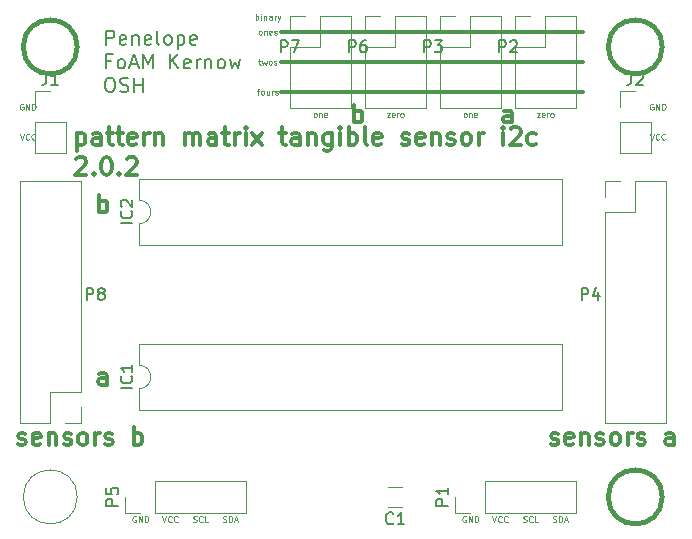
<source format=gto>
G04 #@! TF.FileFunction,Legend,Top*
%FSLAX46Y46*%
G04 Gerber Fmt 4.6, Leading zero omitted, Abs format (unit mm)*
G04 Created by KiCad (PCBNEW 4.0.7-e2-6376~58~ubuntu14.04.1) date Thu Dec  7 13:40:56 2017*
%MOMM*%
%LPD*%
G01*
G04 APERTURE LIST*
%ADD10C,0.100000*%
%ADD11C,0.300000*%
%ADD12C,0.200000*%
%ADD13C,0.120000*%
%ADD14C,0.381000*%
%ADD15C,0.150000*%
%ADD16C,0.254000*%
G04 APERTURE END LIST*
D10*
X228568334Y-134346190D02*
X228735001Y-134846190D01*
X228901667Y-134346190D01*
X229354048Y-134798571D02*
X229330238Y-134822381D01*
X229258810Y-134846190D01*
X229211191Y-134846190D01*
X229139762Y-134822381D01*
X229092143Y-134774762D01*
X229068334Y-134727143D01*
X229044524Y-134631905D01*
X229044524Y-134560476D01*
X229068334Y-134465238D01*
X229092143Y-134417619D01*
X229139762Y-134370000D01*
X229211191Y-134346190D01*
X229258810Y-134346190D01*
X229330238Y-134370000D01*
X229354048Y-134393810D01*
X229854048Y-134798571D02*
X229830238Y-134822381D01*
X229758810Y-134846190D01*
X229711191Y-134846190D01*
X229639762Y-134822381D01*
X229592143Y-134774762D01*
X229568334Y-134727143D01*
X229544524Y-134631905D01*
X229544524Y-134560476D01*
X229568334Y-134465238D01*
X229592143Y-134417619D01*
X229639762Y-134370000D01*
X229711191Y-134346190D01*
X229758810Y-134346190D01*
X229830238Y-134370000D01*
X229854048Y-134393810D01*
X175228334Y-134346190D02*
X175395001Y-134846190D01*
X175561667Y-134346190D01*
X176014048Y-134798571D02*
X175990238Y-134822381D01*
X175918810Y-134846190D01*
X175871191Y-134846190D01*
X175799762Y-134822381D01*
X175752143Y-134774762D01*
X175728334Y-134727143D01*
X175704524Y-134631905D01*
X175704524Y-134560476D01*
X175728334Y-134465238D01*
X175752143Y-134417619D01*
X175799762Y-134370000D01*
X175871191Y-134346190D01*
X175918810Y-134346190D01*
X175990238Y-134370000D01*
X176014048Y-134393810D01*
X176514048Y-134798571D02*
X176490238Y-134822381D01*
X176418810Y-134846190D01*
X176371191Y-134846190D01*
X176299762Y-134822381D01*
X176252143Y-134774762D01*
X176228334Y-134727143D01*
X176204524Y-134631905D01*
X176204524Y-134560476D01*
X176228334Y-134465238D01*
X176252143Y-134417619D01*
X176299762Y-134370000D01*
X176371191Y-134346190D01*
X176418810Y-134346190D01*
X176490238Y-134370000D01*
X176514048Y-134393810D01*
X228854047Y-131830000D02*
X228806428Y-131806190D01*
X228735000Y-131806190D01*
X228663571Y-131830000D01*
X228615952Y-131877619D01*
X228592143Y-131925238D01*
X228568333Y-132020476D01*
X228568333Y-132091905D01*
X228592143Y-132187143D01*
X228615952Y-132234762D01*
X228663571Y-132282381D01*
X228735000Y-132306190D01*
X228782619Y-132306190D01*
X228854047Y-132282381D01*
X228877857Y-132258571D01*
X228877857Y-132091905D01*
X228782619Y-132091905D01*
X229092143Y-132306190D02*
X229092143Y-131806190D01*
X229377857Y-132306190D01*
X229377857Y-131806190D01*
X229615953Y-132306190D02*
X229615953Y-131806190D01*
X229735000Y-131806190D01*
X229806429Y-131830000D01*
X229854048Y-131877619D01*
X229877857Y-131925238D01*
X229901667Y-132020476D01*
X229901667Y-132091905D01*
X229877857Y-132187143D01*
X229854048Y-132234762D01*
X229806429Y-132282381D01*
X229735000Y-132306190D01*
X229615953Y-132306190D01*
X175514047Y-131830000D02*
X175466428Y-131806190D01*
X175395000Y-131806190D01*
X175323571Y-131830000D01*
X175275952Y-131877619D01*
X175252143Y-131925238D01*
X175228333Y-132020476D01*
X175228333Y-132091905D01*
X175252143Y-132187143D01*
X175275952Y-132234762D01*
X175323571Y-132282381D01*
X175395000Y-132306190D01*
X175442619Y-132306190D01*
X175514047Y-132282381D01*
X175537857Y-132258571D01*
X175537857Y-132091905D01*
X175442619Y-132091905D01*
X175752143Y-132306190D02*
X175752143Y-131806190D01*
X176037857Y-132306190D01*
X176037857Y-131806190D01*
X176275953Y-132306190D02*
X176275953Y-131806190D01*
X176395000Y-131806190D01*
X176466429Y-131830000D01*
X176514048Y-131877619D01*
X176537857Y-131925238D01*
X176561667Y-132020476D01*
X176561667Y-132091905D01*
X176537857Y-132187143D01*
X176514048Y-132234762D01*
X176466429Y-132282381D01*
X176395000Y-132306190D01*
X176275953Y-132306190D01*
X187293334Y-166731190D02*
X187460001Y-167231190D01*
X187626667Y-166731190D01*
X188079048Y-167183571D02*
X188055238Y-167207381D01*
X187983810Y-167231190D01*
X187936191Y-167231190D01*
X187864762Y-167207381D01*
X187817143Y-167159762D01*
X187793334Y-167112143D01*
X187769524Y-167016905D01*
X187769524Y-166945476D01*
X187793334Y-166850238D01*
X187817143Y-166802619D01*
X187864762Y-166755000D01*
X187936191Y-166731190D01*
X187983810Y-166731190D01*
X188055238Y-166755000D01*
X188079048Y-166778810D01*
X188579048Y-167183571D02*
X188555238Y-167207381D01*
X188483810Y-167231190D01*
X188436191Y-167231190D01*
X188364762Y-167207381D01*
X188317143Y-167159762D01*
X188293334Y-167112143D01*
X188269524Y-167016905D01*
X188269524Y-166945476D01*
X188293334Y-166850238D01*
X188317143Y-166802619D01*
X188364762Y-166755000D01*
X188436191Y-166731190D01*
X188483810Y-166731190D01*
X188555238Y-166755000D01*
X188579048Y-166778810D01*
X185039047Y-166755000D02*
X184991428Y-166731190D01*
X184920000Y-166731190D01*
X184848571Y-166755000D01*
X184800952Y-166802619D01*
X184777143Y-166850238D01*
X184753333Y-166945476D01*
X184753333Y-167016905D01*
X184777143Y-167112143D01*
X184800952Y-167159762D01*
X184848571Y-167207381D01*
X184920000Y-167231190D01*
X184967619Y-167231190D01*
X185039047Y-167207381D01*
X185062857Y-167183571D01*
X185062857Y-167016905D01*
X184967619Y-167016905D01*
X185277143Y-167231190D02*
X185277143Y-166731190D01*
X185562857Y-167231190D01*
X185562857Y-166731190D01*
X185800953Y-167231190D02*
X185800953Y-166731190D01*
X185920000Y-166731190D01*
X185991429Y-166755000D01*
X186039048Y-166802619D01*
X186062857Y-166850238D01*
X186086667Y-166945476D01*
X186086667Y-167016905D01*
X186062857Y-167112143D01*
X186039048Y-167159762D01*
X185991429Y-167207381D01*
X185920000Y-167231190D01*
X185800953Y-167231190D01*
D11*
X180062143Y-134293571D02*
X180062143Y-135793571D01*
X180062143Y-134365000D02*
X180205000Y-134293571D01*
X180490714Y-134293571D01*
X180633571Y-134365000D01*
X180705000Y-134436429D01*
X180776429Y-134579286D01*
X180776429Y-135007857D01*
X180705000Y-135150714D01*
X180633571Y-135222143D01*
X180490714Y-135293571D01*
X180205000Y-135293571D01*
X180062143Y-135222143D01*
X182062143Y-135293571D02*
X182062143Y-134507857D01*
X181990714Y-134365000D01*
X181847857Y-134293571D01*
X181562143Y-134293571D01*
X181419286Y-134365000D01*
X182062143Y-135222143D02*
X181919286Y-135293571D01*
X181562143Y-135293571D01*
X181419286Y-135222143D01*
X181347857Y-135079286D01*
X181347857Y-134936429D01*
X181419286Y-134793571D01*
X181562143Y-134722143D01*
X181919286Y-134722143D01*
X182062143Y-134650714D01*
X182562143Y-134293571D02*
X183133572Y-134293571D01*
X182776429Y-133793571D02*
X182776429Y-135079286D01*
X182847857Y-135222143D01*
X182990715Y-135293571D01*
X183133572Y-135293571D01*
X183419286Y-134293571D02*
X183990715Y-134293571D01*
X183633572Y-133793571D02*
X183633572Y-135079286D01*
X183705000Y-135222143D01*
X183847858Y-135293571D01*
X183990715Y-135293571D01*
X185062143Y-135222143D02*
X184919286Y-135293571D01*
X184633572Y-135293571D01*
X184490715Y-135222143D01*
X184419286Y-135079286D01*
X184419286Y-134507857D01*
X184490715Y-134365000D01*
X184633572Y-134293571D01*
X184919286Y-134293571D01*
X185062143Y-134365000D01*
X185133572Y-134507857D01*
X185133572Y-134650714D01*
X184419286Y-134793571D01*
X185776429Y-135293571D02*
X185776429Y-134293571D01*
X185776429Y-134579286D02*
X185847857Y-134436429D01*
X185919286Y-134365000D01*
X186062143Y-134293571D01*
X186205000Y-134293571D01*
X186705000Y-134293571D02*
X186705000Y-135293571D01*
X186705000Y-134436429D02*
X186776428Y-134365000D01*
X186919286Y-134293571D01*
X187133571Y-134293571D01*
X187276428Y-134365000D01*
X187347857Y-134507857D01*
X187347857Y-135293571D01*
X189205000Y-135293571D02*
X189205000Y-134293571D01*
X189205000Y-134436429D02*
X189276428Y-134365000D01*
X189419286Y-134293571D01*
X189633571Y-134293571D01*
X189776428Y-134365000D01*
X189847857Y-134507857D01*
X189847857Y-135293571D01*
X189847857Y-134507857D02*
X189919286Y-134365000D01*
X190062143Y-134293571D01*
X190276428Y-134293571D01*
X190419286Y-134365000D01*
X190490714Y-134507857D01*
X190490714Y-135293571D01*
X191847857Y-135293571D02*
X191847857Y-134507857D01*
X191776428Y-134365000D01*
X191633571Y-134293571D01*
X191347857Y-134293571D01*
X191205000Y-134365000D01*
X191847857Y-135222143D02*
X191705000Y-135293571D01*
X191347857Y-135293571D01*
X191205000Y-135222143D01*
X191133571Y-135079286D01*
X191133571Y-134936429D01*
X191205000Y-134793571D01*
X191347857Y-134722143D01*
X191705000Y-134722143D01*
X191847857Y-134650714D01*
X192347857Y-134293571D02*
X192919286Y-134293571D01*
X192562143Y-133793571D02*
X192562143Y-135079286D01*
X192633571Y-135222143D01*
X192776429Y-135293571D01*
X192919286Y-135293571D01*
X193419286Y-135293571D02*
X193419286Y-134293571D01*
X193419286Y-134579286D02*
X193490714Y-134436429D01*
X193562143Y-134365000D01*
X193705000Y-134293571D01*
X193847857Y-134293571D01*
X194347857Y-135293571D02*
X194347857Y-134293571D01*
X194347857Y-133793571D02*
X194276428Y-133865000D01*
X194347857Y-133936429D01*
X194419285Y-133865000D01*
X194347857Y-133793571D01*
X194347857Y-133936429D01*
X194919286Y-135293571D02*
X195705000Y-134293571D01*
X194919286Y-134293571D02*
X195705000Y-135293571D01*
X197205000Y-134293571D02*
X197776429Y-134293571D01*
X197419286Y-133793571D02*
X197419286Y-135079286D01*
X197490714Y-135222143D01*
X197633572Y-135293571D01*
X197776429Y-135293571D01*
X198919286Y-135293571D02*
X198919286Y-134507857D01*
X198847857Y-134365000D01*
X198705000Y-134293571D01*
X198419286Y-134293571D01*
X198276429Y-134365000D01*
X198919286Y-135222143D02*
X198776429Y-135293571D01*
X198419286Y-135293571D01*
X198276429Y-135222143D01*
X198205000Y-135079286D01*
X198205000Y-134936429D01*
X198276429Y-134793571D01*
X198419286Y-134722143D01*
X198776429Y-134722143D01*
X198919286Y-134650714D01*
X199633572Y-134293571D02*
X199633572Y-135293571D01*
X199633572Y-134436429D02*
X199705000Y-134365000D01*
X199847858Y-134293571D01*
X200062143Y-134293571D01*
X200205000Y-134365000D01*
X200276429Y-134507857D01*
X200276429Y-135293571D01*
X201633572Y-134293571D02*
X201633572Y-135507857D01*
X201562143Y-135650714D01*
X201490715Y-135722143D01*
X201347858Y-135793571D01*
X201133572Y-135793571D01*
X200990715Y-135722143D01*
X201633572Y-135222143D02*
X201490715Y-135293571D01*
X201205001Y-135293571D01*
X201062143Y-135222143D01*
X200990715Y-135150714D01*
X200919286Y-135007857D01*
X200919286Y-134579286D01*
X200990715Y-134436429D01*
X201062143Y-134365000D01*
X201205001Y-134293571D01*
X201490715Y-134293571D01*
X201633572Y-134365000D01*
X202347858Y-135293571D02*
X202347858Y-134293571D01*
X202347858Y-133793571D02*
X202276429Y-133865000D01*
X202347858Y-133936429D01*
X202419286Y-133865000D01*
X202347858Y-133793571D01*
X202347858Y-133936429D01*
X203062144Y-135293571D02*
X203062144Y-133793571D01*
X203062144Y-134365000D02*
X203205001Y-134293571D01*
X203490715Y-134293571D01*
X203633572Y-134365000D01*
X203705001Y-134436429D01*
X203776430Y-134579286D01*
X203776430Y-135007857D01*
X203705001Y-135150714D01*
X203633572Y-135222143D01*
X203490715Y-135293571D01*
X203205001Y-135293571D01*
X203062144Y-135222143D01*
X204633573Y-135293571D02*
X204490715Y-135222143D01*
X204419287Y-135079286D01*
X204419287Y-133793571D01*
X205776429Y-135222143D02*
X205633572Y-135293571D01*
X205347858Y-135293571D01*
X205205001Y-135222143D01*
X205133572Y-135079286D01*
X205133572Y-134507857D01*
X205205001Y-134365000D01*
X205347858Y-134293571D01*
X205633572Y-134293571D01*
X205776429Y-134365000D01*
X205847858Y-134507857D01*
X205847858Y-134650714D01*
X205133572Y-134793571D01*
X207562143Y-135222143D02*
X207705000Y-135293571D01*
X207990715Y-135293571D01*
X208133572Y-135222143D01*
X208205000Y-135079286D01*
X208205000Y-135007857D01*
X208133572Y-134865000D01*
X207990715Y-134793571D01*
X207776429Y-134793571D01*
X207633572Y-134722143D01*
X207562143Y-134579286D01*
X207562143Y-134507857D01*
X207633572Y-134365000D01*
X207776429Y-134293571D01*
X207990715Y-134293571D01*
X208133572Y-134365000D01*
X209419286Y-135222143D02*
X209276429Y-135293571D01*
X208990715Y-135293571D01*
X208847858Y-135222143D01*
X208776429Y-135079286D01*
X208776429Y-134507857D01*
X208847858Y-134365000D01*
X208990715Y-134293571D01*
X209276429Y-134293571D01*
X209419286Y-134365000D01*
X209490715Y-134507857D01*
X209490715Y-134650714D01*
X208776429Y-134793571D01*
X210133572Y-134293571D02*
X210133572Y-135293571D01*
X210133572Y-134436429D02*
X210205000Y-134365000D01*
X210347858Y-134293571D01*
X210562143Y-134293571D01*
X210705000Y-134365000D01*
X210776429Y-134507857D01*
X210776429Y-135293571D01*
X211419286Y-135222143D02*
X211562143Y-135293571D01*
X211847858Y-135293571D01*
X211990715Y-135222143D01*
X212062143Y-135079286D01*
X212062143Y-135007857D01*
X211990715Y-134865000D01*
X211847858Y-134793571D01*
X211633572Y-134793571D01*
X211490715Y-134722143D01*
X211419286Y-134579286D01*
X211419286Y-134507857D01*
X211490715Y-134365000D01*
X211633572Y-134293571D01*
X211847858Y-134293571D01*
X211990715Y-134365000D01*
X212919287Y-135293571D02*
X212776429Y-135222143D01*
X212705001Y-135150714D01*
X212633572Y-135007857D01*
X212633572Y-134579286D01*
X212705001Y-134436429D01*
X212776429Y-134365000D01*
X212919287Y-134293571D01*
X213133572Y-134293571D01*
X213276429Y-134365000D01*
X213347858Y-134436429D01*
X213419287Y-134579286D01*
X213419287Y-135007857D01*
X213347858Y-135150714D01*
X213276429Y-135222143D01*
X213133572Y-135293571D01*
X212919287Y-135293571D01*
X214062144Y-135293571D02*
X214062144Y-134293571D01*
X214062144Y-134579286D02*
X214133572Y-134436429D01*
X214205001Y-134365000D01*
X214347858Y-134293571D01*
X214490715Y-134293571D01*
X216133572Y-135293571D02*
X216133572Y-134293571D01*
X216133572Y-133793571D02*
X216062143Y-133865000D01*
X216133572Y-133936429D01*
X216205000Y-133865000D01*
X216133572Y-133793571D01*
X216133572Y-133936429D01*
X216776429Y-133936429D02*
X216847858Y-133865000D01*
X216990715Y-133793571D01*
X217347858Y-133793571D01*
X217490715Y-133865000D01*
X217562144Y-133936429D01*
X217633572Y-134079286D01*
X217633572Y-134222143D01*
X217562144Y-134436429D01*
X216705001Y-135293571D01*
X217633572Y-135293571D01*
X218919286Y-135222143D02*
X218776429Y-135293571D01*
X218490715Y-135293571D01*
X218347857Y-135222143D01*
X218276429Y-135150714D01*
X218205000Y-135007857D01*
X218205000Y-134579286D01*
X218276429Y-134436429D01*
X218347857Y-134365000D01*
X218490715Y-134293571D01*
X218776429Y-134293571D01*
X218919286Y-134365000D01*
X179990714Y-136486429D02*
X180062143Y-136415000D01*
X180205000Y-136343571D01*
X180562143Y-136343571D01*
X180705000Y-136415000D01*
X180776429Y-136486429D01*
X180847857Y-136629286D01*
X180847857Y-136772143D01*
X180776429Y-136986429D01*
X179919286Y-137843571D01*
X180847857Y-137843571D01*
X181490714Y-137700714D02*
X181562142Y-137772143D01*
X181490714Y-137843571D01*
X181419285Y-137772143D01*
X181490714Y-137700714D01*
X181490714Y-137843571D01*
X182490714Y-136343571D02*
X182633571Y-136343571D01*
X182776428Y-136415000D01*
X182847857Y-136486429D01*
X182919286Y-136629286D01*
X182990714Y-136915000D01*
X182990714Y-137272143D01*
X182919286Y-137557857D01*
X182847857Y-137700714D01*
X182776428Y-137772143D01*
X182633571Y-137843571D01*
X182490714Y-137843571D01*
X182347857Y-137772143D01*
X182276428Y-137700714D01*
X182205000Y-137557857D01*
X182133571Y-137272143D01*
X182133571Y-136915000D01*
X182205000Y-136629286D01*
X182276428Y-136486429D01*
X182347857Y-136415000D01*
X182490714Y-136343571D01*
X183633571Y-137700714D02*
X183704999Y-137772143D01*
X183633571Y-137843571D01*
X183562142Y-137772143D01*
X183633571Y-137700714D01*
X183633571Y-137843571D01*
X184276428Y-136486429D02*
X184347857Y-136415000D01*
X184490714Y-136343571D01*
X184847857Y-136343571D01*
X184990714Y-136415000D01*
X185062143Y-136486429D01*
X185133571Y-136629286D01*
X185133571Y-136772143D01*
X185062143Y-136986429D01*
X184205000Y-137843571D01*
X185133571Y-137843571D01*
X181923572Y-141013571D02*
X181923572Y-139513571D01*
X181923572Y-140085000D02*
X182066429Y-140013571D01*
X182352143Y-140013571D01*
X182495000Y-140085000D01*
X182566429Y-140156429D01*
X182637858Y-140299286D01*
X182637858Y-140727857D01*
X182566429Y-140870714D01*
X182495000Y-140942143D01*
X182352143Y-141013571D01*
X182066429Y-141013571D01*
X181923572Y-140942143D01*
X175090000Y-160627143D02*
X175232857Y-160698571D01*
X175518572Y-160698571D01*
X175661429Y-160627143D01*
X175732857Y-160484286D01*
X175732857Y-160412857D01*
X175661429Y-160270000D01*
X175518572Y-160198571D01*
X175304286Y-160198571D01*
X175161429Y-160127143D01*
X175090000Y-159984286D01*
X175090000Y-159912857D01*
X175161429Y-159770000D01*
X175304286Y-159698571D01*
X175518572Y-159698571D01*
X175661429Y-159770000D01*
X176947143Y-160627143D02*
X176804286Y-160698571D01*
X176518572Y-160698571D01*
X176375715Y-160627143D01*
X176304286Y-160484286D01*
X176304286Y-159912857D01*
X176375715Y-159770000D01*
X176518572Y-159698571D01*
X176804286Y-159698571D01*
X176947143Y-159770000D01*
X177018572Y-159912857D01*
X177018572Y-160055714D01*
X176304286Y-160198571D01*
X177661429Y-159698571D02*
X177661429Y-160698571D01*
X177661429Y-159841429D02*
X177732857Y-159770000D01*
X177875715Y-159698571D01*
X178090000Y-159698571D01*
X178232857Y-159770000D01*
X178304286Y-159912857D01*
X178304286Y-160698571D01*
X178947143Y-160627143D02*
X179090000Y-160698571D01*
X179375715Y-160698571D01*
X179518572Y-160627143D01*
X179590000Y-160484286D01*
X179590000Y-160412857D01*
X179518572Y-160270000D01*
X179375715Y-160198571D01*
X179161429Y-160198571D01*
X179018572Y-160127143D01*
X178947143Y-159984286D01*
X178947143Y-159912857D01*
X179018572Y-159770000D01*
X179161429Y-159698571D01*
X179375715Y-159698571D01*
X179518572Y-159770000D01*
X180447144Y-160698571D02*
X180304286Y-160627143D01*
X180232858Y-160555714D01*
X180161429Y-160412857D01*
X180161429Y-159984286D01*
X180232858Y-159841429D01*
X180304286Y-159770000D01*
X180447144Y-159698571D01*
X180661429Y-159698571D01*
X180804286Y-159770000D01*
X180875715Y-159841429D01*
X180947144Y-159984286D01*
X180947144Y-160412857D01*
X180875715Y-160555714D01*
X180804286Y-160627143D01*
X180661429Y-160698571D01*
X180447144Y-160698571D01*
X181590001Y-160698571D02*
X181590001Y-159698571D01*
X181590001Y-159984286D02*
X181661429Y-159841429D01*
X181732858Y-159770000D01*
X181875715Y-159698571D01*
X182018572Y-159698571D01*
X182447143Y-160627143D02*
X182590000Y-160698571D01*
X182875715Y-160698571D01*
X183018572Y-160627143D01*
X183090000Y-160484286D01*
X183090000Y-160412857D01*
X183018572Y-160270000D01*
X182875715Y-160198571D01*
X182661429Y-160198571D01*
X182518572Y-160127143D01*
X182447143Y-159984286D01*
X182447143Y-159912857D01*
X182518572Y-159770000D01*
X182661429Y-159698571D01*
X182875715Y-159698571D01*
X183018572Y-159770000D01*
X184875715Y-160698571D02*
X184875715Y-159198571D01*
X184875715Y-159770000D02*
X185018572Y-159698571D01*
X185304286Y-159698571D01*
X185447143Y-159770000D01*
X185518572Y-159841429D01*
X185590001Y-159984286D01*
X185590001Y-160412857D01*
X185518572Y-160555714D01*
X185447143Y-160627143D01*
X185304286Y-160698571D01*
X185018572Y-160698571D01*
X184875715Y-160627143D01*
D10*
X192432858Y-167207381D02*
X192504287Y-167231190D01*
X192623334Y-167231190D01*
X192670953Y-167207381D01*
X192694763Y-167183571D01*
X192718572Y-167135952D01*
X192718572Y-167088333D01*
X192694763Y-167040714D01*
X192670953Y-167016905D01*
X192623334Y-166993095D01*
X192528096Y-166969286D01*
X192480477Y-166945476D01*
X192456668Y-166921667D01*
X192432858Y-166874048D01*
X192432858Y-166826429D01*
X192456668Y-166778810D01*
X192480477Y-166755000D01*
X192528096Y-166731190D01*
X192647144Y-166731190D01*
X192718572Y-166755000D01*
X192932858Y-167231190D02*
X192932858Y-166731190D01*
X193051905Y-166731190D01*
X193123334Y-166755000D01*
X193170953Y-166802619D01*
X193194762Y-166850238D01*
X193218572Y-166945476D01*
X193218572Y-167016905D01*
X193194762Y-167112143D01*
X193170953Y-167159762D01*
X193123334Y-167207381D01*
X193051905Y-167231190D01*
X192932858Y-167231190D01*
X193409048Y-167088333D02*
X193647143Y-167088333D01*
X193361429Y-167231190D02*
X193528096Y-166731190D01*
X193694762Y-167231190D01*
X189904762Y-167207381D02*
X189976191Y-167231190D01*
X190095238Y-167231190D01*
X190142857Y-167207381D01*
X190166667Y-167183571D01*
X190190476Y-167135952D01*
X190190476Y-167088333D01*
X190166667Y-167040714D01*
X190142857Y-167016905D01*
X190095238Y-166993095D01*
X190000000Y-166969286D01*
X189952381Y-166945476D01*
X189928572Y-166921667D01*
X189904762Y-166874048D01*
X189904762Y-166826429D01*
X189928572Y-166778810D01*
X189952381Y-166755000D01*
X190000000Y-166731190D01*
X190119048Y-166731190D01*
X190190476Y-166755000D01*
X190690476Y-167183571D02*
X190666666Y-167207381D01*
X190595238Y-167231190D01*
X190547619Y-167231190D01*
X190476190Y-167207381D01*
X190428571Y-167159762D01*
X190404762Y-167112143D01*
X190380952Y-167016905D01*
X190380952Y-166945476D01*
X190404762Y-166850238D01*
X190428571Y-166802619D01*
X190476190Y-166755000D01*
X190547619Y-166731190D01*
X190595238Y-166731190D01*
X190666666Y-166755000D01*
X190690476Y-166778810D01*
X191142857Y-167231190D02*
X190904762Y-167231190D01*
X190904762Y-166731190D01*
D11*
X182566429Y-155618571D02*
X182566429Y-154832857D01*
X182495000Y-154690000D01*
X182352143Y-154618571D01*
X182066429Y-154618571D01*
X181923572Y-154690000D01*
X182566429Y-155547143D02*
X182423572Y-155618571D01*
X182066429Y-155618571D01*
X181923572Y-155547143D01*
X181852143Y-155404286D01*
X181852143Y-155261429D01*
X181923572Y-155118571D01*
X182066429Y-155047143D01*
X182423572Y-155047143D01*
X182566429Y-154975714D01*
X220175000Y-160627143D02*
X220317857Y-160698571D01*
X220603572Y-160698571D01*
X220746429Y-160627143D01*
X220817857Y-160484286D01*
X220817857Y-160412857D01*
X220746429Y-160270000D01*
X220603572Y-160198571D01*
X220389286Y-160198571D01*
X220246429Y-160127143D01*
X220175000Y-159984286D01*
X220175000Y-159912857D01*
X220246429Y-159770000D01*
X220389286Y-159698571D01*
X220603572Y-159698571D01*
X220746429Y-159770000D01*
X222032143Y-160627143D02*
X221889286Y-160698571D01*
X221603572Y-160698571D01*
X221460715Y-160627143D01*
X221389286Y-160484286D01*
X221389286Y-159912857D01*
X221460715Y-159770000D01*
X221603572Y-159698571D01*
X221889286Y-159698571D01*
X222032143Y-159770000D01*
X222103572Y-159912857D01*
X222103572Y-160055714D01*
X221389286Y-160198571D01*
X222746429Y-159698571D02*
X222746429Y-160698571D01*
X222746429Y-159841429D02*
X222817857Y-159770000D01*
X222960715Y-159698571D01*
X223175000Y-159698571D01*
X223317857Y-159770000D01*
X223389286Y-159912857D01*
X223389286Y-160698571D01*
X224032143Y-160627143D02*
X224175000Y-160698571D01*
X224460715Y-160698571D01*
X224603572Y-160627143D01*
X224675000Y-160484286D01*
X224675000Y-160412857D01*
X224603572Y-160270000D01*
X224460715Y-160198571D01*
X224246429Y-160198571D01*
X224103572Y-160127143D01*
X224032143Y-159984286D01*
X224032143Y-159912857D01*
X224103572Y-159770000D01*
X224246429Y-159698571D01*
X224460715Y-159698571D01*
X224603572Y-159770000D01*
X225532144Y-160698571D02*
X225389286Y-160627143D01*
X225317858Y-160555714D01*
X225246429Y-160412857D01*
X225246429Y-159984286D01*
X225317858Y-159841429D01*
X225389286Y-159770000D01*
X225532144Y-159698571D01*
X225746429Y-159698571D01*
X225889286Y-159770000D01*
X225960715Y-159841429D01*
X226032144Y-159984286D01*
X226032144Y-160412857D01*
X225960715Y-160555714D01*
X225889286Y-160627143D01*
X225746429Y-160698571D01*
X225532144Y-160698571D01*
X226675001Y-160698571D02*
X226675001Y-159698571D01*
X226675001Y-159984286D02*
X226746429Y-159841429D01*
X226817858Y-159770000D01*
X226960715Y-159698571D01*
X227103572Y-159698571D01*
X227532143Y-160627143D02*
X227675000Y-160698571D01*
X227960715Y-160698571D01*
X228103572Y-160627143D01*
X228175000Y-160484286D01*
X228175000Y-160412857D01*
X228103572Y-160270000D01*
X227960715Y-160198571D01*
X227746429Y-160198571D01*
X227603572Y-160127143D01*
X227532143Y-159984286D01*
X227532143Y-159912857D01*
X227603572Y-159770000D01*
X227746429Y-159698571D01*
X227960715Y-159698571D01*
X228103572Y-159770000D01*
X230603572Y-160698571D02*
X230603572Y-159912857D01*
X230532143Y-159770000D01*
X230389286Y-159698571D01*
X230103572Y-159698571D01*
X229960715Y-159770000D01*
X230603572Y-160627143D02*
X230460715Y-160698571D01*
X230103572Y-160698571D01*
X229960715Y-160627143D01*
X229889286Y-160484286D01*
X229889286Y-160341429D01*
X229960715Y-160198571D01*
X230103572Y-160127143D01*
X230460715Y-160127143D01*
X230603572Y-160055714D01*
D10*
X212979047Y-166755000D02*
X212931428Y-166731190D01*
X212860000Y-166731190D01*
X212788571Y-166755000D01*
X212740952Y-166802619D01*
X212717143Y-166850238D01*
X212693333Y-166945476D01*
X212693333Y-167016905D01*
X212717143Y-167112143D01*
X212740952Y-167159762D01*
X212788571Y-167207381D01*
X212860000Y-167231190D01*
X212907619Y-167231190D01*
X212979047Y-167207381D01*
X213002857Y-167183571D01*
X213002857Y-167016905D01*
X212907619Y-167016905D01*
X213217143Y-167231190D02*
X213217143Y-166731190D01*
X213502857Y-167231190D01*
X213502857Y-166731190D01*
X213740953Y-167231190D02*
X213740953Y-166731190D01*
X213860000Y-166731190D01*
X213931429Y-166755000D01*
X213979048Y-166802619D01*
X214002857Y-166850238D01*
X214026667Y-166945476D01*
X214026667Y-167016905D01*
X214002857Y-167112143D01*
X213979048Y-167159762D01*
X213931429Y-167207381D01*
X213860000Y-167231190D01*
X213740953Y-167231190D01*
X215233334Y-166731190D02*
X215400001Y-167231190D01*
X215566667Y-166731190D01*
X216019048Y-167183571D02*
X215995238Y-167207381D01*
X215923810Y-167231190D01*
X215876191Y-167231190D01*
X215804762Y-167207381D01*
X215757143Y-167159762D01*
X215733334Y-167112143D01*
X215709524Y-167016905D01*
X215709524Y-166945476D01*
X215733334Y-166850238D01*
X215757143Y-166802619D01*
X215804762Y-166755000D01*
X215876191Y-166731190D01*
X215923810Y-166731190D01*
X215995238Y-166755000D01*
X216019048Y-166778810D01*
X216519048Y-167183571D02*
X216495238Y-167207381D01*
X216423810Y-167231190D01*
X216376191Y-167231190D01*
X216304762Y-167207381D01*
X216257143Y-167159762D01*
X216233334Y-167112143D01*
X216209524Y-167016905D01*
X216209524Y-166945476D01*
X216233334Y-166850238D01*
X216257143Y-166802619D01*
X216304762Y-166755000D01*
X216376191Y-166731190D01*
X216423810Y-166731190D01*
X216495238Y-166755000D01*
X216519048Y-166778810D01*
X217844762Y-167207381D02*
X217916191Y-167231190D01*
X218035238Y-167231190D01*
X218082857Y-167207381D01*
X218106667Y-167183571D01*
X218130476Y-167135952D01*
X218130476Y-167088333D01*
X218106667Y-167040714D01*
X218082857Y-167016905D01*
X218035238Y-166993095D01*
X217940000Y-166969286D01*
X217892381Y-166945476D01*
X217868572Y-166921667D01*
X217844762Y-166874048D01*
X217844762Y-166826429D01*
X217868572Y-166778810D01*
X217892381Y-166755000D01*
X217940000Y-166731190D01*
X218059048Y-166731190D01*
X218130476Y-166755000D01*
X218630476Y-167183571D02*
X218606666Y-167207381D01*
X218535238Y-167231190D01*
X218487619Y-167231190D01*
X218416190Y-167207381D01*
X218368571Y-167159762D01*
X218344762Y-167112143D01*
X218320952Y-167016905D01*
X218320952Y-166945476D01*
X218344762Y-166850238D01*
X218368571Y-166802619D01*
X218416190Y-166755000D01*
X218487619Y-166731190D01*
X218535238Y-166731190D01*
X218606666Y-166755000D01*
X218630476Y-166778810D01*
X219082857Y-167231190D02*
X218844762Y-167231190D01*
X218844762Y-166731190D01*
X220372858Y-167207381D02*
X220444287Y-167231190D01*
X220563334Y-167231190D01*
X220610953Y-167207381D01*
X220634763Y-167183571D01*
X220658572Y-167135952D01*
X220658572Y-167088333D01*
X220634763Y-167040714D01*
X220610953Y-167016905D01*
X220563334Y-166993095D01*
X220468096Y-166969286D01*
X220420477Y-166945476D01*
X220396668Y-166921667D01*
X220372858Y-166874048D01*
X220372858Y-166826429D01*
X220396668Y-166778810D01*
X220420477Y-166755000D01*
X220468096Y-166731190D01*
X220587144Y-166731190D01*
X220658572Y-166755000D01*
X220872858Y-167231190D02*
X220872858Y-166731190D01*
X220991905Y-166731190D01*
X221063334Y-166755000D01*
X221110953Y-166802619D01*
X221134762Y-166850238D01*
X221158572Y-166945476D01*
X221158572Y-167016905D01*
X221134762Y-167112143D01*
X221110953Y-167159762D01*
X221063334Y-167207381D01*
X220991905Y-167231190D01*
X220872858Y-167231190D01*
X221349048Y-167088333D02*
X221587143Y-167088333D01*
X221301429Y-167231190D02*
X221468096Y-166731190D01*
X221634762Y-167231190D01*
D12*
X182530714Y-126812857D02*
X182530714Y-125612857D01*
X182987857Y-125612857D01*
X183102143Y-125670000D01*
X183159286Y-125727143D01*
X183216429Y-125841429D01*
X183216429Y-126012857D01*
X183159286Y-126127143D01*
X183102143Y-126184286D01*
X182987857Y-126241429D01*
X182530714Y-126241429D01*
X184187857Y-126755714D02*
X184073571Y-126812857D01*
X183845000Y-126812857D01*
X183730714Y-126755714D01*
X183673571Y-126641429D01*
X183673571Y-126184286D01*
X183730714Y-126070000D01*
X183845000Y-126012857D01*
X184073571Y-126012857D01*
X184187857Y-126070000D01*
X184245000Y-126184286D01*
X184245000Y-126298571D01*
X183673571Y-126412857D01*
X184759285Y-126012857D02*
X184759285Y-126812857D01*
X184759285Y-126127143D02*
X184816428Y-126070000D01*
X184930714Y-126012857D01*
X185102142Y-126012857D01*
X185216428Y-126070000D01*
X185273571Y-126184286D01*
X185273571Y-126812857D01*
X186302142Y-126755714D02*
X186187856Y-126812857D01*
X185959285Y-126812857D01*
X185844999Y-126755714D01*
X185787856Y-126641429D01*
X185787856Y-126184286D01*
X185844999Y-126070000D01*
X185959285Y-126012857D01*
X186187856Y-126012857D01*
X186302142Y-126070000D01*
X186359285Y-126184286D01*
X186359285Y-126298571D01*
X185787856Y-126412857D01*
X187044999Y-126812857D02*
X186930713Y-126755714D01*
X186873570Y-126641429D01*
X186873570Y-125612857D01*
X187673570Y-126812857D02*
X187559284Y-126755714D01*
X187502141Y-126698571D01*
X187444998Y-126584286D01*
X187444998Y-126241429D01*
X187502141Y-126127143D01*
X187559284Y-126070000D01*
X187673570Y-126012857D01*
X187844998Y-126012857D01*
X187959284Y-126070000D01*
X188016427Y-126127143D01*
X188073570Y-126241429D01*
X188073570Y-126584286D01*
X188016427Y-126698571D01*
X187959284Y-126755714D01*
X187844998Y-126812857D01*
X187673570Y-126812857D01*
X188587855Y-126012857D02*
X188587855Y-127212857D01*
X188587855Y-126070000D02*
X188702141Y-126012857D01*
X188930712Y-126012857D01*
X189044998Y-126070000D01*
X189102141Y-126127143D01*
X189159284Y-126241429D01*
X189159284Y-126584286D01*
X189102141Y-126698571D01*
X189044998Y-126755714D01*
X188930712Y-126812857D01*
X188702141Y-126812857D01*
X188587855Y-126755714D01*
X190130712Y-126755714D02*
X190016426Y-126812857D01*
X189787855Y-126812857D01*
X189673569Y-126755714D01*
X189616426Y-126641429D01*
X189616426Y-126184286D01*
X189673569Y-126070000D01*
X189787855Y-126012857D01*
X190016426Y-126012857D01*
X190130712Y-126070000D01*
X190187855Y-126184286D01*
X190187855Y-126298571D01*
X189616426Y-126412857D01*
X182930714Y-128184286D02*
X182530714Y-128184286D01*
X182530714Y-128812857D02*
X182530714Y-127612857D01*
X183102143Y-127612857D01*
X183730714Y-128812857D02*
X183616428Y-128755714D01*
X183559285Y-128698571D01*
X183502142Y-128584286D01*
X183502142Y-128241429D01*
X183559285Y-128127143D01*
X183616428Y-128070000D01*
X183730714Y-128012857D01*
X183902142Y-128012857D01*
X184016428Y-128070000D01*
X184073571Y-128127143D01*
X184130714Y-128241429D01*
X184130714Y-128584286D01*
X184073571Y-128698571D01*
X184016428Y-128755714D01*
X183902142Y-128812857D01*
X183730714Y-128812857D01*
X184587856Y-128470000D02*
X185159285Y-128470000D01*
X184473571Y-128812857D02*
X184873571Y-127612857D01*
X185273571Y-128812857D01*
X185673570Y-128812857D02*
X185673570Y-127612857D01*
X186073570Y-128470000D01*
X186473570Y-127612857D01*
X186473570Y-128812857D01*
X187959285Y-128812857D02*
X187959285Y-127612857D01*
X188645000Y-128812857D02*
X188130714Y-128127143D01*
X188645000Y-127612857D02*
X187959285Y-128298571D01*
X189616428Y-128755714D02*
X189502142Y-128812857D01*
X189273571Y-128812857D01*
X189159285Y-128755714D01*
X189102142Y-128641429D01*
X189102142Y-128184286D01*
X189159285Y-128070000D01*
X189273571Y-128012857D01*
X189502142Y-128012857D01*
X189616428Y-128070000D01*
X189673571Y-128184286D01*
X189673571Y-128298571D01*
X189102142Y-128412857D01*
X190187856Y-128812857D02*
X190187856Y-128012857D01*
X190187856Y-128241429D02*
X190244999Y-128127143D01*
X190302142Y-128070000D01*
X190416428Y-128012857D01*
X190530713Y-128012857D01*
X190930713Y-128012857D02*
X190930713Y-128812857D01*
X190930713Y-128127143D02*
X190987856Y-128070000D01*
X191102142Y-128012857D01*
X191273570Y-128012857D01*
X191387856Y-128070000D01*
X191444999Y-128184286D01*
X191444999Y-128812857D01*
X192187856Y-128812857D02*
X192073570Y-128755714D01*
X192016427Y-128698571D01*
X191959284Y-128584286D01*
X191959284Y-128241429D01*
X192016427Y-128127143D01*
X192073570Y-128070000D01*
X192187856Y-128012857D01*
X192359284Y-128012857D01*
X192473570Y-128070000D01*
X192530713Y-128127143D01*
X192587856Y-128241429D01*
X192587856Y-128584286D01*
X192530713Y-128698571D01*
X192473570Y-128755714D01*
X192359284Y-128812857D01*
X192187856Y-128812857D01*
X192987856Y-128012857D02*
X193216427Y-128812857D01*
X193444998Y-128241429D01*
X193673570Y-128812857D01*
X193902141Y-128012857D01*
X182759286Y-129612857D02*
X182987857Y-129612857D01*
X183102143Y-129670000D01*
X183216429Y-129784286D01*
X183273571Y-130012857D01*
X183273571Y-130412857D01*
X183216429Y-130641429D01*
X183102143Y-130755714D01*
X182987857Y-130812857D01*
X182759286Y-130812857D01*
X182645000Y-130755714D01*
X182530714Y-130641429D01*
X182473571Y-130412857D01*
X182473571Y-130012857D01*
X182530714Y-129784286D01*
X182645000Y-129670000D01*
X182759286Y-129612857D01*
X183730714Y-130755714D02*
X183902143Y-130812857D01*
X184187857Y-130812857D01*
X184302143Y-130755714D01*
X184359286Y-130698571D01*
X184416429Y-130584286D01*
X184416429Y-130470000D01*
X184359286Y-130355714D01*
X184302143Y-130298571D01*
X184187857Y-130241429D01*
X183959286Y-130184286D01*
X183845000Y-130127143D01*
X183787857Y-130070000D01*
X183730714Y-129955714D01*
X183730714Y-129841429D01*
X183787857Y-129727143D01*
X183845000Y-129670000D01*
X183959286Y-129612857D01*
X184245000Y-129612857D01*
X184416429Y-129670000D01*
X184930714Y-130812857D02*
X184930714Y-129612857D01*
X184930714Y-130184286D02*
X185616429Y-130184286D01*
X185616429Y-130812857D02*
X185616429Y-129612857D01*
D11*
X222885000Y-128270000D02*
X197325000Y-128270000D01*
X197325000Y-125730000D02*
X222885000Y-125730000D01*
X222885000Y-130810000D02*
X197325000Y-130810000D01*
D10*
X206283810Y-132607857D02*
X206545714Y-132607857D01*
X206283810Y-132941190D01*
X206545714Y-132941190D01*
X206926667Y-132917381D02*
X206879048Y-132941190D01*
X206783810Y-132941190D01*
X206736191Y-132917381D01*
X206712381Y-132869762D01*
X206712381Y-132679286D01*
X206736191Y-132631667D01*
X206783810Y-132607857D01*
X206879048Y-132607857D01*
X206926667Y-132631667D01*
X206950476Y-132679286D01*
X206950476Y-132726905D01*
X206712381Y-132774524D01*
X207164762Y-132941190D02*
X207164762Y-132607857D01*
X207164762Y-132703095D02*
X207188571Y-132655476D01*
X207212381Y-132631667D01*
X207260000Y-132607857D01*
X207307619Y-132607857D01*
X207545714Y-132941190D02*
X207498095Y-132917381D01*
X207474286Y-132893571D01*
X207450476Y-132845952D01*
X207450476Y-132703095D01*
X207474286Y-132655476D01*
X207498095Y-132631667D01*
X207545714Y-132607857D01*
X207617143Y-132607857D01*
X207664762Y-132631667D01*
X207688571Y-132655476D01*
X207712381Y-132703095D01*
X207712381Y-132845952D01*
X207688571Y-132893571D01*
X207664762Y-132917381D01*
X207617143Y-132941190D01*
X207545714Y-132941190D01*
D11*
X203513572Y-133393571D02*
X203513572Y-131893571D01*
X203513572Y-132465000D02*
X203656429Y-132393571D01*
X203942143Y-132393571D01*
X204085000Y-132465000D01*
X204156429Y-132536429D01*
X204227858Y-132679286D01*
X204227858Y-133107857D01*
X204156429Y-133250714D01*
X204085000Y-133322143D01*
X203942143Y-133393571D01*
X203656429Y-133393571D01*
X203513572Y-133322143D01*
D10*
X212883810Y-132941190D02*
X212836191Y-132917381D01*
X212812382Y-132893571D01*
X212788572Y-132845952D01*
X212788572Y-132703095D01*
X212812382Y-132655476D01*
X212836191Y-132631667D01*
X212883810Y-132607857D01*
X212955239Y-132607857D01*
X213002858Y-132631667D01*
X213026667Y-132655476D01*
X213050477Y-132703095D01*
X213050477Y-132845952D01*
X213026667Y-132893571D01*
X213002858Y-132917381D01*
X212955239Y-132941190D01*
X212883810Y-132941190D01*
X213264763Y-132607857D02*
X213264763Y-132941190D01*
X213264763Y-132655476D02*
X213288572Y-132631667D01*
X213336191Y-132607857D01*
X213407620Y-132607857D01*
X213455239Y-132631667D01*
X213479048Y-132679286D01*
X213479048Y-132941190D01*
X213907620Y-132917381D02*
X213860001Y-132941190D01*
X213764763Y-132941190D01*
X213717144Y-132917381D01*
X213693334Y-132869762D01*
X213693334Y-132679286D01*
X213717144Y-132631667D01*
X213764763Y-132607857D01*
X213860001Y-132607857D01*
X213907620Y-132631667D01*
X213931429Y-132679286D01*
X213931429Y-132726905D01*
X213693334Y-132774524D01*
D11*
X216856429Y-133393571D02*
X216856429Y-132607857D01*
X216785000Y-132465000D01*
X216642143Y-132393571D01*
X216356429Y-132393571D01*
X216213572Y-132465000D01*
X216856429Y-133322143D02*
X216713572Y-133393571D01*
X216356429Y-133393571D01*
X216213572Y-133322143D01*
X216142143Y-133179286D01*
X216142143Y-133036429D01*
X216213572Y-132893571D01*
X216356429Y-132822143D01*
X216713572Y-132822143D01*
X216856429Y-132750714D01*
D10*
X218983810Y-132607857D02*
X219245714Y-132607857D01*
X218983810Y-132941190D01*
X219245714Y-132941190D01*
X219626667Y-132917381D02*
X219579048Y-132941190D01*
X219483810Y-132941190D01*
X219436191Y-132917381D01*
X219412381Y-132869762D01*
X219412381Y-132679286D01*
X219436191Y-132631667D01*
X219483810Y-132607857D01*
X219579048Y-132607857D01*
X219626667Y-132631667D01*
X219650476Y-132679286D01*
X219650476Y-132726905D01*
X219412381Y-132774524D01*
X219864762Y-132941190D02*
X219864762Y-132607857D01*
X219864762Y-132703095D02*
X219888571Y-132655476D01*
X219912381Y-132631667D01*
X219960000Y-132607857D01*
X220007619Y-132607857D01*
X220245714Y-132941190D02*
X220198095Y-132917381D01*
X220174286Y-132893571D01*
X220150476Y-132845952D01*
X220150476Y-132703095D01*
X220174286Y-132655476D01*
X220198095Y-132631667D01*
X220245714Y-132607857D01*
X220317143Y-132607857D01*
X220364762Y-132631667D01*
X220388571Y-132655476D01*
X220412381Y-132703095D01*
X220412381Y-132845952D01*
X220388571Y-132893571D01*
X220364762Y-132917381D01*
X220317143Y-132941190D01*
X220245714Y-132941190D01*
X200183810Y-132941190D02*
X200136191Y-132917381D01*
X200112382Y-132893571D01*
X200088572Y-132845952D01*
X200088572Y-132703095D01*
X200112382Y-132655476D01*
X200136191Y-132631667D01*
X200183810Y-132607857D01*
X200255239Y-132607857D01*
X200302858Y-132631667D01*
X200326667Y-132655476D01*
X200350477Y-132703095D01*
X200350477Y-132845952D01*
X200326667Y-132893571D01*
X200302858Y-132917381D01*
X200255239Y-132941190D01*
X200183810Y-132941190D01*
X200564763Y-132607857D02*
X200564763Y-132941190D01*
X200564763Y-132655476D02*
X200588572Y-132631667D01*
X200636191Y-132607857D01*
X200707620Y-132607857D01*
X200755239Y-132631667D01*
X200779048Y-132679286D01*
X200779048Y-132941190D01*
X201207620Y-132917381D02*
X201160001Y-132941190D01*
X201064763Y-132941190D01*
X201017144Y-132917381D01*
X200993334Y-132869762D01*
X200993334Y-132679286D01*
X201017144Y-132631667D01*
X201064763Y-132607857D01*
X201160001Y-132607857D01*
X201207620Y-132631667D01*
X201231429Y-132679286D01*
X201231429Y-132726905D01*
X200993334Y-132774524D01*
X195536429Y-125956190D02*
X195488810Y-125932381D01*
X195465001Y-125908571D01*
X195441191Y-125860952D01*
X195441191Y-125718095D01*
X195465001Y-125670476D01*
X195488810Y-125646667D01*
X195536429Y-125622857D01*
X195607858Y-125622857D01*
X195655477Y-125646667D01*
X195679286Y-125670476D01*
X195703096Y-125718095D01*
X195703096Y-125860952D01*
X195679286Y-125908571D01*
X195655477Y-125932381D01*
X195607858Y-125956190D01*
X195536429Y-125956190D01*
X195917382Y-125622857D02*
X195917382Y-125956190D01*
X195917382Y-125670476D02*
X195941191Y-125646667D01*
X195988810Y-125622857D01*
X196060239Y-125622857D01*
X196107858Y-125646667D01*
X196131667Y-125694286D01*
X196131667Y-125956190D01*
X196560239Y-125932381D02*
X196512620Y-125956190D01*
X196417382Y-125956190D01*
X196369763Y-125932381D01*
X196345953Y-125884762D01*
X196345953Y-125694286D01*
X196369763Y-125646667D01*
X196417382Y-125622857D01*
X196512620Y-125622857D01*
X196560239Y-125646667D01*
X196584048Y-125694286D01*
X196584048Y-125741905D01*
X196345953Y-125789524D01*
X196774524Y-125932381D02*
X196822143Y-125956190D01*
X196917381Y-125956190D01*
X196965000Y-125932381D01*
X196988810Y-125884762D01*
X196988810Y-125860952D01*
X196965000Y-125813333D01*
X196917381Y-125789524D01*
X196845953Y-125789524D01*
X196798334Y-125765714D01*
X196774524Y-125718095D01*
X196774524Y-125694286D01*
X196798334Y-125646667D01*
X196845953Y-125622857D01*
X196917381Y-125622857D01*
X196965000Y-125646667D01*
X195429286Y-128162857D02*
X195619762Y-128162857D01*
X195500715Y-127996190D02*
X195500715Y-128424762D01*
X195524524Y-128472381D01*
X195572143Y-128496190D01*
X195619762Y-128496190D01*
X195738810Y-128162857D02*
X195834048Y-128496190D01*
X195929286Y-128258095D01*
X196024524Y-128496190D01*
X196119762Y-128162857D01*
X196381667Y-128496190D02*
X196334048Y-128472381D01*
X196310239Y-128448571D01*
X196286429Y-128400952D01*
X196286429Y-128258095D01*
X196310239Y-128210476D01*
X196334048Y-128186667D01*
X196381667Y-128162857D01*
X196453096Y-128162857D01*
X196500715Y-128186667D01*
X196524524Y-128210476D01*
X196548334Y-128258095D01*
X196548334Y-128400952D01*
X196524524Y-128448571D01*
X196500715Y-128472381D01*
X196453096Y-128496190D01*
X196381667Y-128496190D01*
X196738810Y-128472381D02*
X196786429Y-128496190D01*
X196881667Y-128496190D01*
X196929286Y-128472381D01*
X196953096Y-128424762D01*
X196953096Y-128400952D01*
X196929286Y-128353333D01*
X196881667Y-128329524D01*
X196810239Y-128329524D01*
X196762620Y-128305714D01*
X196738810Y-128258095D01*
X196738810Y-128234286D01*
X196762620Y-128186667D01*
X196810239Y-128162857D01*
X196881667Y-128162857D01*
X196929286Y-128186667D01*
X195191191Y-124686190D02*
X195191191Y-124186190D01*
X195191191Y-124376667D02*
X195238810Y-124352857D01*
X195334048Y-124352857D01*
X195381667Y-124376667D01*
X195405476Y-124400476D01*
X195429286Y-124448095D01*
X195429286Y-124590952D01*
X195405476Y-124638571D01*
X195381667Y-124662381D01*
X195334048Y-124686190D01*
X195238810Y-124686190D01*
X195191191Y-124662381D01*
X195643572Y-124686190D02*
X195643572Y-124352857D01*
X195643572Y-124186190D02*
X195619762Y-124210000D01*
X195643572Y-124233810D01*
X195667381Y-124210000D01*
X195643572Y-124186190D01*
X195643572Y-124233810D01*
X195881667Y-124352857D02*
X195881667Y-124686190D01*
X195881667Y-124400476D02*
X195905476Y-124376667D01*
X195953095Y-124352857D01*
X196024524Y-124352857D01*
X196072143Y-124376667D01*
X196095952Y-124424286D01*
X196095952Y-124686190D01*
X196548333Y-124686190D02*
X196548333Y-124424286D01*
X196524524Y-124376667D01*
X196476905Y-124352857D01*
X196381667Y-124352857D01*
X196334048Y-124376667D01*
X196548333Y-124662381D02*
X196500714Y-124686190D01*
X196381667Y-124686190D01*
X196334048Y-124662381D01*
X196310238Y-124614762D01*
X196310238Y-124567143D01*
X196334048Y-124519524D01*
X196381667Y-124495714D01*
X196500714Y-124495714D01*
X196548333Y-124471905D01*
X196786429Y-124686190D02*
X196786429Y-124352857D01*
X196786429Y-124448095D02*
X196810238Y-124400476D01*
X196834048Y-124376667D01*
X196881667Y-124352857D01*
X196929286Y-124352857D01*
X197048334Y-124352857D02*
X197167381Y-124686190D01*
X197286429Y-124352857D02*
X197167381Y-124686190D01*
X197119762Y-124805238D01*
X197095953Y-124829048D01*
X197048334Y-124852857D01*
X195310238Y-130702857D02*
X195500714Y-130702857D01*
X195381667Y-131036190D02*
X195381667Y-130607619D01*
X195405476Y-130560000D01*
X195453095Y-130536190D01*
X195500714Y-130536190D01*
X195738809Y-131036190D02*
X195691190Y-131012381D01*
X195667381Y-130988571D01*
X195643571Y-130940952D01*
X195643571Y-130798095D01*
X195667381Y-130750476D01*
X195691190Y-130726667D01*
X195738809Y-130702857D01*
X195810238Y-130702857D01*
X195857857Y-130726667D01*
X195881666Y-130750476D01*
X195905476Y-130798095D01*
X195905476Y-130940952D01*
X195881666Y-130988571D01*
X195857857Y-131012381D01*
X195810238Y-131036190D01*
X195738809Y-131036190D01*
X196334047Y-130702857D02*
X196334047Y-131036190D01*
X196119762Y-130702857D02*
X196119762Y-130964762D01*
X196143571Y-131012381D01*
X196191190Y-131036190D01*
X196262619Y-131036190D01*
X196310238Y-131012381D01*
X196334047Y-130988571D01*
X196572143Y-131036190D02*
X196572143Y-130702857D01*
X196572143Y-130798095D02*
X196595952Y-130750476D01*
X196619762Y-130726667D01*
X196667381Y-130702857D01*
X196715000Y-130702857D01*
X196857857Y-131012381D02*
X196905476Y-131036190D01*
X197000714Y-131036190D01*
X197048333Y-131012381D01*
X197072143Y-130964762D01*
X197072143Y-130940952D01*
X197048333Y-130893333D01*
X197000714Y-130869524D01*
X196929286Y-130869524D01*
X196881667Y-130845714D01*
X196857857Y-130798095D01*
X196857857Y-130774286D01*
X196881667Y-130726667D01*
X196929286Y-130702857D01*
X197000714Y-130702857D01*
X197048333Y-130726667D01*
D13*
X224730000Y-140970000D02*
X224730000Y-158810000D01*
X224730000Y-158810000D02*
X229930000Y-158810000D01*
X229930000Y-158810000D02*
X229930000Y-138370000D01*
X229930000Y-138370000D02*
X227330000Y-138370000D01*
X227330000Y-138370000D02*
X227330000Y-140970000D01*
X227330000Y-140970000D02*
X224730000Y-140970000D01*
X224730000Y-139700000D02*
X224730000Y-138370000D01*
X224730000Y-138370000D02*
X226060000Y-138370000D01*
X185300000Y-155940000D02*
X185300000Y-157710000D01*
X185300000Y-157710000D02*
X221100000Y-157710000D01*
X221100000Y-157710000D02*
X221100000Y-152170000D01*
X221100000Y-152170000D02*
X185300000Y-152170000D01*
X185300000Y-152170000D02*
X185300000Y-153940000D01*
X185300000Y-153940000D02*
G75*
G02X185300000Y-155940000I0J-1000000D01*
G01*
X204410000Y-127000000D02*
X204410000Y-132140000D01*
X204410000Y-132140000D02*
X209610000Y-132140000D01*
X209610000Y-132140000D02*
X209610000Y-124400000D01*
X209610000Y-124400000D02*
X207010000Y-124400000D01*
X207010000Y-124400000D02*
X207010000Y-127000000D01*
X207010000Y-127000000D02*
X204410000Y-127000000D01*
X204410000Y-125730000D02*
X204410000Y-124400000D01*
X204410000Y-124400000D02*
X205740000Y-124400000D01*
X176470000Y-135950000D02*
X179130000Y-135950000D01*
X176470000Y-133350000D02*
X176470000Y-135950000D01*
X179130000Y-133350000D02*
X179130000Y-135950000D01*
X176470000Y-133350000D02*
X179130000Y-133350000D01*
X176470000Y-132080000D02*
X176470000Y-130750000D01*
X176470000Y-130750000D02*
X177800000Y-130750000D01*
D14*
X180086000Y-127000000D02*
G75*
G03X180086000Y-127000000I-2286000J0D01*
G01*
D13*
X198060000Y-127000000D02*
X198060000Y-132140000D01*
X198060000Y-132140000D02*
X203260000Y-132140000D01*
X203260000Y-132140000D02*
X203260000Y-124400000D01*
X203260000Y-124400000D02*
X200660000Y-124400000D01*
X200660000Y-124400000D02*
X200660000Y-127000000D01*
X200660000Y-127000000D02*
X198060000Y-127000000D01*
X198060000Y-125730000D02*
X198060000Y-124400000D01*
X198060000Y-124400000D02*
X199390000Y-124400000D01*
D14*
X229616000Y-165100000D02*
G75*
G03X229616000Y-165100000I-2286000J0D01*
G01*
D13*
X214630000Y-166430000D02*
X222310000Y-166430000D01*
X222310000Y-166430000D02*
X222310000Y-163770000D01*
X222310000Y-163770000D02*
X214630000Y-163770000D01*
X214630000Y-163770000D02*
X214630000Y-166430000D01*
X213360000Y-166430000D02*
X212030000Y-166430000D01*
X212030000Y-166430000D02*
X212030000Y-165100000D01*
X185300000Y-141970000D02*
X185300000Y-143740000D01*
X185300000Y-143740000D02*
X221100000Y-143740000D01*
X221100000Y-143740000D02*
X221100000Y-138200000D01*
X221100000Y-138200000D02*
X185300000Y-138200000D01*
X185300000Y-138200000D02*
X185300000Y-139970000D01*
X185300000Y-139970000D02*
G75*
G02X185300000Y-141970000I0J-1000000D01*
G01*
X207577000Y-165961000D02*
X206403000Y-165961000D01*
X207577000Y-164239000D02*
X206403000Y-164239000D01*
D14*
X229616000Y-127000000D02*
G75*
G03X229616000Y-127000000I-2286000J0D01*
G01*
D13*
X217110000Y-127000000D02*
X217110000Y-132140000D01*
X217110000Y-132140000D02*
X222310000Y-132140000D01*
X222310000Y-132140000D02*
X222310000Y-124400000D01*
X222310000Y-124400000D02*
X219710000Y-124400000D01*
X219710000Y-124400000D02*
X219710000Y-127000000D01*
X219710000Y-127000000D02*
X217110000Y-127000000D01*
X217110000Y-125730000D02*
X217110000Y-124400000D01*
X217110000Y-124400000D02*
X218440000Y-124400000D01*
X210760000Y-127000000D02*
X210760000Y-132140000D01*
X210760000Y-132140000D02*
X215960000Y-132140000D01*
X215960000Y-132140000D02*
X215960000Y-124400000D01*
X215960000Y-124400000D02*
X213360000Y-124400000D01*
X213360000Y-124400000D02*
X213360000Y-127000000D01*
X213360000Y-127000000D02*
X210760000Y-127000000D01*
X210760000Y-125730000D02*
X210760000Y-124400000D01*
X210760000Y-124400000D02*
X212090000Y-124400000D01*
X226000000Y-135950000D02*
X228660000Y-135950000D01*
X226000000Y-133350000D02*
X226000000Y-135950000D01*
X228660000Y-133350000D02*
X228660000Y-135950000D01*
X226000000Y-133350000D02*
X228660000Y-133350000D01*
X226000000Y-132080000D02*
X226000000Y-130750000D01*
X226000000Y-130750000D02*
X227330000Y-130750000D01*
X186690000Y-166430000D02*
X194370000Y-166430000D01*
X194370000Y-166430000D02*
X194370000Y-163770000D01*
X194370000Y-163770000D02*
X186690000Y-163770000D01*
X186690000Y-163770000D02*
X186690000Y-166430000D01*
X185420000Y-166430000D02*
X184090000Y-166430000D01*
X184090000Y-166430000D02*
X184090000Y-165100000D01*
X180400000Y-156210000D02*
X180400000Y-138370000D01*
X180400000Y-138370000D02*
X175200000Y-138370000D01*
X175200000Y-138370000D02*
X175200000Y-158810000D01*
X175200000Y-158810000D02*
X177800000Y-158810000D01*
X177800000Y-158810000D02*
X177800000Y-156210000D01*
X177800000Y-156210000D02*
X180400000Y-156210000D01*
X180400000Y-157480000D02*
X180400000Y-158810000D01*
X180400000Y-158810000D02*
X179070000Y-158810000D01*
X180086000Y-165100000D02*
G75*
G03X180086000Y-165100000I-2286000J0D01*
G01*
D15*
X222781905Y-148407381D02*
X222781905Y-147407381D01*
X223162858Y-147407381D01*
X223258096Y-147455000D01*
X223305715Y-147502619D01*
X223353334Y-147597857D01*
X223353334Y-147740714D01*
X223305715Y-147835952D01*
X223258096Y-147883571D01*
X223162858Y-147931190D01*
X222781905Y-147931190D01*
X224210477Y-147740714D02*
X224210477Y-148407381D01*
X223972381Y-147359762D02*
X223734286Y-148074048D01*
X224353334Y-148074048D01*
X184752381Y-155916190D02*
X183752381Y-155916190D01*
X184657143Y-154868571D02*
X184704762Y-154916190D01*
X184752381Y-155059047D01*
X184752381Y-155154285D01*
X184704762Y-155297143D01*
X184609524Y-155392381D01*
X184514286Y-155440000D01*
X184323810Y-155487619D01*
X184180952Y-155487619D01*
X183990476Y-155440000D01*
X183895238Y-155392381D01*
X183800000Y-155297143D01*
X183752381Y-155154285D01*
X183752381Y-155059047D01*
X183800000Y-154916190D01*
X183847619Y-154868571D01*
X184752381Y-153916190D02*
X184752381Y-154487619D01*
X184752381Y-154201905D02*
X183752381Y-154201905D01*
X183895238Y-154297143D01*
X183990476Y-154392381D01*
X184038095Y-154487619D01*
X203096905Y-127452381D02*
X203096905Y-126452381D01*
X203477858Y-126452381D01*
X203573096Y-126500000D01*
X203620715Y-126547619D01*
X203668334Y-126642857D01*
X203668334Y-126785714D01*
X203620715Y-126880952D01*
X203573096Y-126928571D01*
X203477858Y-126976190D01*
X203096905Y-126976190D01*
X204525477Y-126452381D02*
X204335000Y-126452381D01*
X204239762Y-126500000D01*
X204192143Y-126547619D01*
X204096905Y-126690476D01*
X204049286Y-126880952D01*
X204049286Y-127261905D01*
X204096905Y-127357143D01*
X204144524Y-127404762D01*
X204239762Y-127452381D01*
X204430239Y-127452381D01*
X204525477Y-127404762D01*
X204573096Y-127357143D01*
X204620715Y-127261905D01*
X204620715Y-127023810D01*
X204573096Y-126928571D01*
X204525477Y-126880952D01*
X204430239Y-126833333D01*
X204239762Y-126833333D01*
X204144524Y-126880952D01*
X204096905Y-126928571D01*
X204049286Y-127023810D01*
X177466667Y-129202381D02*
X177466667Y-129916667D01*
X177419047Y-130059524D01*
X177323809Y-130154762D01*
X177180952Y-130202381D01*
X177085714Y-130202381D01*
X178466667Y-130202381D02*
X177895238Y-130202381D01*
X178180952Y-130202381D02*
X178180952Y-129202381D01*
X178085714Y-129345238D01*
X177990476Y-129440476D01*
X177895238Y-129488095D01*
D16*
D15*
X197321905Y-127452381D02*
X197321905Y-126452381D01*
X197702858Y-126452381D01*
X197798096Y-126500000D01*
X197845715Y-126547619D01*
X197893334Y-126642857D01*
X197893334Y-126785714D01*
X197845715Y-126880952D01*
X197798096Y-126928571D01*
X197702858Y-126976190D01*
X197321905Y-126976190D01*
X198226667Y-126452381D02*
X198893334Y-126452381D01*
X198464762Y-127452381D01*
D16*
D15*
X211482381Y-165838095D02*
X210482381Y-165838095D01*
X210482381Y-165457142D01*
X210530000Y-165361904D01*
X210577619Y-165314285D01*
X210672857Y-165266666D01*
X210815714Y-165266666D01*
X210910952Y-165314285D01*
X210958571Y-165361904D01*
X211006190Y-165457142D01*
X211006190Y-165838095D01*
X211482381Y-164314285D02*
X211482381Y-164885714D01*
X211482381Y-164600000D02*
X210482381Y-164600000D01*
X210625238Y-164695238D01*
X210720476Y-164790476D01*
X210768095Y-164885714D01*
X184752381Y-141946190D02*
X183752381Y-141946190D01*
X184657143Y-140898571D02*
X184704762Y-140946190D01*
X184752381Y-141089047D01*
X184752381Y-141184285D01*
X184704762Y-141327143D01*
X184609524Y-141422381D01*
X184514286Y-141470000D01*
X184323810Y-141517619D01*
X184180952Y-141517619D01*
X183990476Y-141470000D01*
X183895238Y-141422381D01*
X183800000Y-141327143D01*
X183752381Y-141184285D01*
X183752381Y-141089047D01*
X183800000Y-140946190D01*
X183847619Y-140898571D01*
X183847619Y-140517619D02*
X183800000Y-140470000D01*
X183752381Y-140374762D01*
X183752381Y-140136666D01*
X183800000Y-140041428D01*
X183847619Y-139993809D01*
X183942857Y-139946190D01*
X184038095Y-139946190D01*
X184180952Y-139993809D01*
X184752381Y-140565238D01*
X184752381Y-139946190D01*
X206823334Y-167317143D02*
X206775715Y-167364762D01*
X206632858Y-167412381D01*
X206537620Y-167412381D01*
X206394762Y-167364762D01*
X206299524Y-167269524D01*
X206251905Y-167174286D01*
X206204286Y-166983810D01*
X206204286Y-166840952D01*
X206251905Y-166650476D01*
X206299524Y-166555238D01*
X206394762Y-166460000D01*
X206537620Y-166412381D01*
X206632858Y-166412381D01*
X206775715Y-166460000D01*
X206823334Y-166507619D01*
X207775715Y-167412381D02*
X207204286Y-167412381D01*
X207490000Y-167412381D02*
X207490000Y-166412381D01*
X207394762Y-166555238D01*
X207299524Y-166650476D01*
X207204286Y-166698095D01*
D16*
D15*
X215796905Y-127452381D02*
X215796905Y-126452381D01*
X216177858Y-126452381D01*
X216273096Y-126500000D01*
X216320715Y-126547619D01*
X216368334Y-126642857D01*
X216368334Y-126785714D01*
X216320715Y-126880952D01*
X216273096Y-126928571D01*
X216177858Y-126976190D01*
X215796905Y-126976190D01*
X216749286Y-126547619D02*
X216796905Y-126500000D01*
X216892143Y-126452381D01*
X217130239Y-126452381D01*
X217225477Y-126500000D01*
X217273096Y-126547619D01*
X217320715Y-126642857D01*
X217320715Y-126738095D01*
X217273096Y-126880952D01*
X216701667Y-127452381D01*
X217320715Y-127452381D01*
X209446905Y-127452381D02*
X209446905Y-126452381D01*
X209827858Y-126452381D01*
X209923096Y-126500000D01*
X209970715Y-126547619D01*
X210018334Y-126642857D01*
X210018334Y-126785714D01*
X209970715Y-126880952D01*
X209923096Y-126928571D01*
X209827858Y-126976190D01*
X209446905Y-126976190D01*
X210351667Y-126452381D02*
X210970715Y-126452381D01*
X210637381Y-126833333D01*
X210780239Y-126833333D01*
X210875477Y-126880952D01*
X210923096Y-126928571D01*
X210970715Y-127023810D01*
X210970715Y-127261905D01*
X210923096Y-127357143D01*
X210875477Y-127404762D01*
X210780239Y-127452381D01*
X210494524Y-127452381D01*
X210399286Y-127404762D01*
X210351667Y-127357143D01*
X226996667Y-129202381D02*
X226996667Y-129916667D01*
X226949047Y-130059524D01*
X226853809Y-130154762D01*
X226710952Y-130202381D01*
X226615714Y-130202381D01*
X227425238Y-129297619D02*
X227472857Y-129250000D01*
X227568095Y-129202381D01*
X227806191Y-129202381D01*
X227901429Y-129250000D01*
X227949048Y-129297619D01*
X227996667Y-129392857D01*
X227996667Y-129488095D01*
X227949048Y-129630952D01*
X227377619Y-130202381D01*
X227996667Y-130202381D01*
X183542381Y-165838095D02*
X182542381Y-165838095D01*
X182542381Y-165457142D01*
X182590000Y-165361904D01*
X182637619Y-165314285D01*
X182732857Y-165266666D01*
X182875714Y-165266666D01*
X182970952Y-165314285D01*
X183018571Y-165361904D01*
X183066190Y-165457142D01*
X183066190Y-165838095D01*
X182542381Y-164361904D02*
X182542381Y-164838095D01*
X183018571Y-164885714D01*
X182970952Y-164838095D01*
X182923333Y-164742857D01*
X182923333Y-164504761D01*
X182970952Y-164409523D01*
X183018571Y-164361904D01*
X183113810Y-164314285D01*
X183351905Y-164314285D01*
X183447143Y-164361904D01*
X183494762Y-164409523D01*
X183542381Y-164504761D01*
X183542381Y-164742857D01*
X183494762Y-164838095D01*
X183447143Y-164885714D01*
X180871905Y-148407381D02*
X180871905Y-147407381D01*
X181252858Y-147407381D01*
X181348096Y-147455000D01*
X181395715Y-147502619D01*
X181443334Y-147597857D01*
X181443334Y-147740714D01*
X181395715Y-147835952D01*
X181348096Y-147883571D01*
X181252858Y-147931190D01*
X180871905Y-147931190D01*
X182014762Y-147835952D02*
X181919524Y-147788333D01*
X181871905Y-147740714D01*
X181824286Y-147645476D01*
X181824286Y-147597857D01*
X181871905Y-147502619D01*
X181919524Y-147455000D01*
X182014762Y-147407381D01*
X182205239Y-147407381D01*
X182300477Y-147455000D01*
X182348096Y-147502619D01*
X182395715Y-147597857D01*
X182395715Y-147645476D01*
X182348096Y-147740714D01*
X182300477Y-147788333D01*
X182205239Y-147835952D01*
X182014762Y-147835952D01*
X181919524Y-147883571D01*
X181871905Y-147931190D01*
X181824286Y-148026429D01*
X181824286Y-148216905D01*
X181871905Y-148312143D01*
X181919524Y-148359762D01*
X182014762Y-148407381D01*
X182205239Y-148407381D01*
X182300477Y-148359762D01*
X182348096Y-148312143D01*
X182395715Y-148216905D01*
X182395715Y-148026429D01*
X182348096Y-147931190D01*
X182300477Y-147883571D01*
X182205239Y-147835952D01*
M02*

</source>
